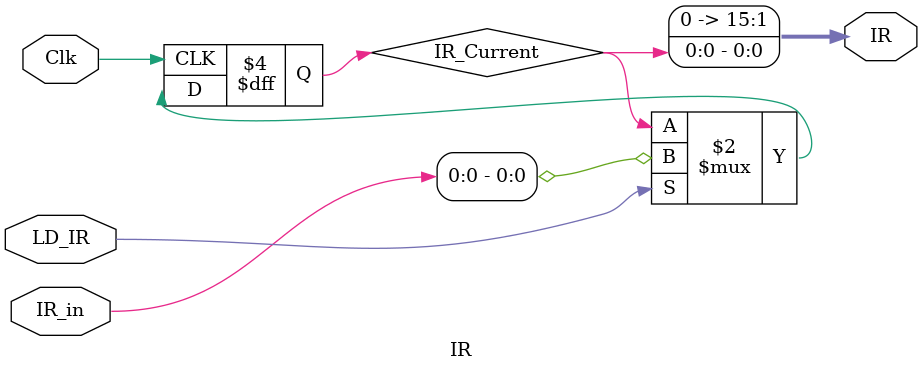
<source format=sv>
module IR (
input logic Clk, LD_IR, // Clock and load signal
input logic [15:0] IR_in, // Datapath
output logic [15:0] IR // Current value
);

logic IR_Current; // Register here

always_ff @ (posedge Clk)
begin
	if (LD_IR)
		IR_Current <= IR_in; // Load from datapath if load signal
end

assign IR = IR_Current; // Assign to output

endmodule 
</source>
